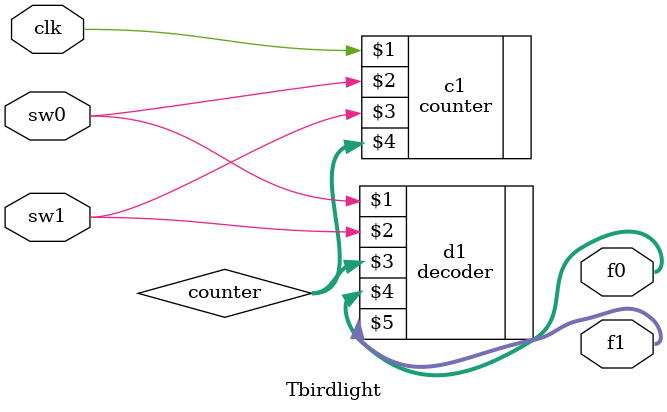
<source format=v>
module Tbirdlight(clk, sw0, sw1, f0, f1);

input clk, sw1, sw0;
output[5:0] f0;
output[6:0] f1;


wire[3:0] counter;


counter c1(clk, sw0, sw1, counter);
decoder d1(sw0, sw1, counter,f0, f1);

endmodule


</source>
